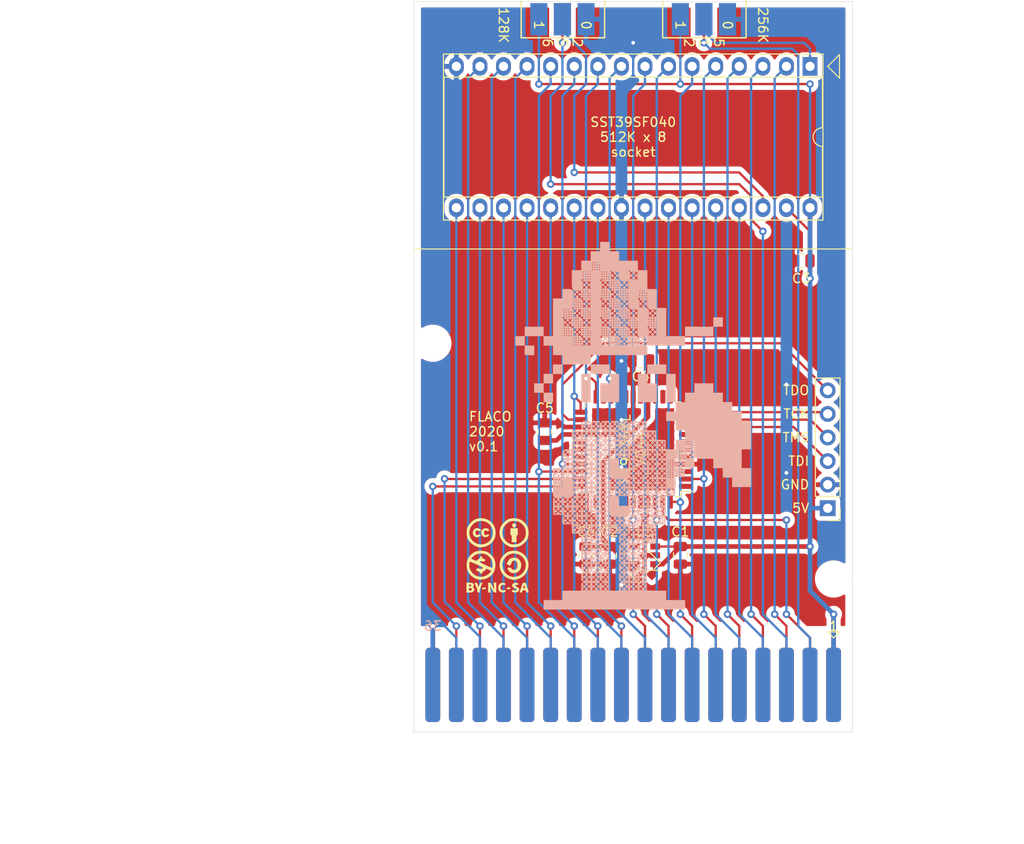
<source format=kicad_pcb>
(kicad_pcb (version 20171130) (host pcbnew 5.1.8-db9833491~88~ubuntu20.04.1)
  (layers (0 F.Cu signal) (31 B.Cu signal) (34 B.Paste user) (35 F.Paste user) (36 B.SilkS user) (37 F.SilkS user) (38 B.Mask user) (39 F.Mask user) (44 Edge.Cuts user))
  (net 0 "")
  (net 1 GND)
  (net 2 /CCLR)
  (net 3 /SIN)
  (net 4 /D3)
  (net 5 /D2)
  (net 6 /D4)
  (net 7 /D1)
  (net 8 /D5)
  (net 9 /D0)
  (net 10 /D6)
  (net 11 /A0)
  (net 12 /D7)
  (net 13 /A1)
  (net 14 /_CE)
  (net 15 /A2)
  (net 16 /A10)
  (net 17 /A3)
  (net 18 /A4)
  (net 19 /A11)
  (net 20 /A5)
  (net 21 /A9)
  (net 22 /A6)
  (net 23 /A8)
  (net 24 /A7)
  (net 25 /A13)
  (net 26 /A12)
  (net 27 /A14)
  (net 28 /A15)
  (net 29 /A17)
  (net 30 /A16)
  (net 31 /A18)
  (net 32 /CLK4)
  (net 33 +5V)
  (net 34 +3V3)
  (net 35 /TMS)
  (net 36 /TDI)
  (net 37 /TDO)
  (net 38 /TCK)
  (net 39 /ROMA17)
  (net 40 /ROMA18)
  (module MountingHole:MountingHole_3mm (layer F.Cu) (at 175.26 118.11)
    (fp_text reference H2 hide)
    (fp_text value MountingHole)
    (pad 1 np_thru_hole circle (at 0 0) (size 3 3) (drill 3) (layers *.Cu *.Mask))
  )
  (module MountingHole:MountingHole_3mm (layer F.Cu) (at 132.08 92.71)
    (fp_text reference H1 hide)
    (fp_text value MountingHole)
    (pad 1 np_thru_hole circle (at 0 0) (size 3 3) (drill 3) (layers *.Cu *.Mask))
  )
  (module Sassa:PIC_Cassepanards_GS (layer B.Cu) (at 153.67 101.6 180)
    (fp_text reference FID2 hide)
    (fp_text value Logo hide)
  )
  (module Sassa:CC_BY_NC_SA_square_silkscreen (layer F.Cu) (at 139.065 115.57)
    (fp_text reference FID1 hide)
    (fp_text value License hide)
  )
  (module Sassa:Jumper_4_SPTT_P2.54mm_Edgemount (layer F.Cu) (at 161.29 57.785 180)
    (fp_text reference JP2 hide)
    (fp_text value 256k)
    (pad 4 smd rect (at 0 0 180) (size 1.846667 3.48) (layers F.Cu F.Paste F.Mask) (net 31 /A18))
    (pad 3 smd rect (at 2.54 0 180) (size 1.846667 3.48) (layers B.Cu B.Paste B.Mask) (net 33 +5V))
    (pad 1 smd rect (at 0 0 180) (size 1.846667 3.48) (layers B.Cu B.Paste B.Mask) (net 40 /ROMA18))
    (pad 2 smd rect (at -2.54 0 180) (size 1.846667 3.48) (layers B.Cu B.Paste B.Mask) (net 1 GND))
  )
  (module Sassa:Jumper_4_SPTT_P2.54mm_Edgemount (layer F.Cu) (at 146.05 57.785 180)
    (fp_text reference JP1 hide)
    (fp_text value 128k)
    (pad 4 smd rect (at 0 0 180) (size 1.846667 3.48) (layers F.Cu F.Paste F.Mask) (net 29 /A17))
    (pad 3 smd rect (at 2.54 0 180) (size 1.846667 3.48) (layers B.Cu B.Paste B.Mask) (net 33 +5V))
    (pad 1 smd rect (at 0 0 180) (size 1.846667 3.48) (layers B.Cu B.Paste B.Mask) (net 39 /ROMA17))
    (pad 2 smd rect (at -2.54 0 180) (size 1.846667 3.48) (layers B.Cu B.Paste B.Mask) (net 1 GND))
  )
  (module Sassa:DIP-32_W15.24mm_Socket_1mm (layer F.Cu) (at 172.72 62.865 270)
    (fp_text reference U1 hide)
    (fp_text value SST39SF040)
    (pad 32 thru_hole oval (at 15.24 0 270) (size 2 1.6) (drill 1) (layers *.Cu *.Mask) (net 33 +5V))
    (pad 16 thru_hole oval (at 0 38.1 270) (size 2 1.6) (drill 1) (layers *.Cu *.Mask) (net 1 GND))
    (pad 31 thru_hole oval (at 15.24 2.54 270) (size 2 1.6) (drill 1) (layers *.Cu *.Mask) (net 33 +5V))
    (pad 15 thru_hole oval (at 0 35.56 270) (size 2 1.6) (drill 1) (layers *.Cu *.Mask) (net 5 /D2))
    (pad 30 thru_hole oval (at 15.24 5.08 270) (size 2 1.6) (drill 1) (layers *.Cu *.Mask) (net 39 /ROMA17))
    (pad 14 thru_hole oval (at 0 33.02 270) (size 2 1.6) (drill 1) (layers *.Cu *.Mask) (net 7 /D1))
    (pad 29 thru_hole oval (at 15.24 7.62 270) (size 2 1.6) (drill 1) (layers *.Cu *.Mask) (net 27 /A14))
    (pad 13 thru_hole oval (at 0 30.48 270) (size 2 1.6) (drill 1) (layers *.Cu *.Mask) (net 9 /D0))
    (pad 28 thru_hole oval (at 15.24 10.16 270) (size 2 1.6) (drill 1) (layers *.Cu *.Mask) (net 25 /A13))
    (pad 12 thru_hole oval (at 0 27.94 270) (size 2 1.6) (drill 1) (layers *.Cu *.Mask) (net 11 /A0))
    (pad 27 thru_hole oval (at 15.24 12.7 270) (size 2 1.6) (drill 1) (layers *.Cu *.Mask) (net 23 /A8))
    (pad 11 thru_hole oval (at 0 25.4 270) (size 2 1.6) (drill 1) (layers *.Cu *.Mask) (net 13 /A1))
    (pad 26 thru_hole oval (at 15.24 15.24 270) (size 2 1.6) (drill 1) (layers *.Cu *.Mask) (net 21 /A9))
    (pad 10 thru_hole oval (at 0 22.86 270) (size 2 1.6) (drill 1) (layers *.Cu *.Mask) (net 15 /A2))
    (pad 25 thru_hole oval (at 15.24 17.78 270) (size 2 1.6) (drill 1) (layers *.Cu *.Mask) (net 19 /A11))
    (pad 9 thru_hole oval (at 0 20.32 270) (size 2 1.6) (drill 1) (layers *.Cu *.Mask) (net 17 /A3))
    (pad 24 thru_hole oval (at 15.24 20.32 270) (size 2 1.6) (drill 1) (layers *.Cu *.Mask) (net 1 GND))
    (pad 8 thru_hole oval (at 0 17.78 270) (size 2 1.6) (drill 1) (layers *.Cu *.Mask) (net 18 /A4))
    (pad 23 thru_hole oval (at 15.24 22.86 270) (size 2 1.6) (drill 1) (layers *.Cu *.Mask) (net 16 /A10))
    (pad 7 thru_hole oval (at 0 15.24 270) (size 2 1.6) (drill 1) (layers *.Cu *.Mask) (net 20 /A5))
    (pad 22 thru_hole oval (at 15.24 25.4 270) (size 2 1.6) (drill 1) (layers *.Cu *.Mask) (net 14 /_CE))
    (pad 6 thru_hole oval (at 0 12.7 270) (size 2 1.6) (drill 1) (layers *.Cu *.Mask) (net 22 /A6))
    (pad 21 thru_hole oval (at 15.24 27.94 270) (size 2 1.6) (drill 1) (layers *.Cu *.Mask) (net 12 /D7))
    (pad 5 thru_hole oval (at 0 10.16 270) (size 2 1.6) (drill 1) (layers *.Cu *.Mask) (net 24 /A7))
    (pad 20 thru_hole oval (at 15.24 30.48 270) (size 2 1.6) (drill 1) (layers *.Cu *.Mask) (net 10 /D6))
    (pad 4 thru_hole oval (at 0 7.62 270) (size 2 1.6) (drill 1) (layers *.Cu *.Mask) (net 26 /A12))
    (pad 19 thru_hole oval (at 15.24 33.02 270) (size 2 1.6) (drill 1) (layers *.Cu *.Mask) (net 8 /D5))
    (pad 3 thru_hole oval (at 0 5.08 270) (size 2 1.6) (drill 1) (layers *.Cu *.Mask) (net 28 /A15))
    (pad 18 thru_hole oval (at 15.24 35.56 270) (size 2 1.6) (drill 1) (layers *.Cu *.Mask) (net 6 /D4))
    (pad 2 thru_hole oval (at 0 2.54 270) (size 2 1.6) (drill 1) (layers *.Cu *.Mask) (net 30 /A16))
    (pad 17 thru_hole oval (at 15.24 38.1 270) (size 2 1.6) (drill 1) (layers *.Cu *.Mask) (net 4 /D3))
    (pad 1 thru_hole rect (at 0 0 270) (size 2 1.6) (drill 1) (layers *.Cu *.Mask) (net 40 /ROMA18))
  )
  (module Package_TO_SOT_SMD:SOT-23 (layer F.Cu) (at 154.94 116.967 315)
    (fp_text reference U4 hide)
    (fp_text value XC6206PxxxMR)
    (pad 3 smd rect (at 1 0 315) (size 0.9 0.8) (layers F.Cu F.Paste F.Mask) (net 33 +5V))
    (pad 2 smd rect (at -1 0.95 315) (size 0.9 0.8) (layers F.Cu F.Paste F.Mask) (net 34 +3V3))
    (pad 1 smd rect (at -1 -0.95 315) (size 0.9 0.8) (layers F.Cu F.Paste F.Mask) (net 1 GND))
  )
  (module Package_TO_SOT_SMD:SOT-23-5 (layer F.Cu) (at 154.94 115.57 180)
    (fp_text reference U3 (at 0 2.54 unlocked) (layer F.SilkS))
    (fp_text value SPX3819M5-L-3-3)
    (pad 5 smd rect (at 1.1 -0.95 180) (size 1.06 0.65) (layers F.Cu F.Paste F.Mask) (net 34 +3V3))
    (pad 4 smd rect (at 1.1 0.95 180) (size 1.06 0.65) (layers F.Cu F.Paste F.Mask))
    (pad 3 smd rect (at -1.1 0.95 180) (size 1.06 0.65) (layers F.Cu F.Paste F.Mask) (net 33 +5V))
    (pad 2 smd rect (at -1.1 0 180) (size 1.06 0.65) (layers F.Cu F.Paste F.Mask) (net 1 GND))
    (pad 1 smd rect (at -1.1 -0.95 180) (size 1.06 0.65) (layers F.Cu F.Paste F.Mask) (net 33 +5V))
  )
  (module Package_QFP:LQFP-44_10x10mm_P0.8mm (layer F.Cu) (at 153.67 104.14 180)
    (fp_text reference U2 hide)
    (fp_text value XC9536XL-VQ44)
    (pad 44 smd roundrect (at -4 -5.6625 180) (size 0.55 1.475) (layers F.Cu F.Paste F.Mask) (net 22 /A6))
    (pad 43 smd roundrect (at -3.2 -5.6625 180) (size 0.55 1.475) (layers F.Cu F.Paste F.Mask) (net 32 /CLK4))
    (pad 42 smd roundrect (at -2.4 -5.6625 180) (size 0.55 1.475) (layers F.Cu F.Paste F.Mask) (net 20 /A5))
    (pad 41 smd roundrect (at -1.6 -5.6625 180) (size 0.55 1.475) (layers F.Cu F.Paste F.Mask))
    (pad 40 smd roundrect (at -0.8 -5.6625 180) (size 0.55 1.475) (layers F.Cu F.Paste F.Mask))
    (pad 39 smd roundrect (at 0 -5.6625 180) (size 0.55 1.475) (layers F.Cu F.Paste F.Mask) (net 18 /A4))
    (pad 38 smd roundrect (at 0.8 -5.6625 180) (size 0.55 1.475) (layers F.Cu F.Paste F.Mask))
    (pad 37 smd roundrect (at 1.6 -5.6625 180) (size 0.55 1.475) (layers F.Cu F.Paste F.Mask))
    (pad 36 smd roundrect (at 2.4 -5.6625 180) (size 0.55 1.475) (layers F.Cu F.Paste F.Mask))
    (pad 35 smd roundrect (at 3.2 -5.6625 180) (size 0.55 1.475) (layers F.Cu F.Paste F.Mask) (net 34 +3V3))
    (pad 34 smd roundrect (at 4 -5.6625 180) (size 0.55 1.475) (layers F.Cu F.Paste F.Mask))
    (pad 33 smd roundrect (at 5.6625 -4 180) (size 1.475 0.55) (layers F.Cu F.Paste F.Mask) (net 2 /CCLR))
    (pad 32 smd roundrect (at 5.6625 -3.2 180) (size 1.475 0.55) (layers F.Cu F.Paste F.Mask) (net 3 /SIN))
    (pad 31 smd roundrect (at 5.6625 -2.4 180) (size 1.475 0.55) (layers F.Cu F.Paste F.Mask) (net 11 /A0))
    (pad 30 smd roundrect (at 5.6625 -1.6 180) (size 1.475 0.55) (layers F.Cu F.Paste F.Mask) (net 13 /A1))
    (pad 29 smd roundrect (at 5.6625 -0.8 180) (size 1.475 0.55) (layers F.Cu F.Paste F.Mask))
    (pad 28 smd roundrect (at 5.6625 0 180) (size 1.475 0.55) (layers F.Cu F.Paste F.Mask))
    (pad 27 smd roundrect (at 5.6625 0.8 180) (size 1.475 0.55) (layers F.Cu F.Paste F.Mask))
    (pad 26 smd roundrect (at 5.6625 1.6 180) (size 1.475 0.55) (layers F.Cu F.Paste F.Mask) (net 34 +3V3))
    (pad 25 smd roundrect (at 5.6625 2.4 180) (size 1.475 0.55) (layers F.Cu F.Paste F.Mask) (net 1 GND))
    (pad 24 smd roundrect (at 5.6625 3.2 180) (size 1.475 0.55) (layers F.Cu F.Paste F.Mask) (net 37 /TDO))
    (pad 23 smd roundrect (at 5.6625 4 180) (size 1.475 0.55) (layers F.Cu F.Paste F.Mask) (net 14 /_CE))
    (pad 22 smd roundrect (at 4 5.6625 180) (size 0.55 1.475) (layers F.Cu F.Paste F.Mask) (net 15 /A2))
    (pad 21 smd roundrect (at 3.2 5.6625 180) (size 0.55 1.475) (layers F.Cu F.Paste F.Mask))
    (pad 20 smd roundrect (at 2.4 5.6625 180) (size 0.55 1.475) (layers F.Cu F.Paste F.Mask) (net 17 /A3))
    (pad 19 smd roundrect (at 1.6 5.6625 180) (size 0.55 1.475) (layers F.Cu F.Paste F.Mask))
    (pad 18 smd roundrect (at 0.8 5.6625 180) (size 0.55 1.475) (layers F.Cu F.Paste F.Mask))
    (pad 17 smd roundrect (at 0 5.6625 180) (size 0.55 1.475) (layers F.Cu F.Paste F.Mask) (net 1 GND))
    (pad 16 smd roundrect (at -0.8 5.6625 180) (size 0.55 1.475) (layers F.Cu F.Paste F.Mask))
    (pad 15 smd roundrect (at -1.6 5.6625 180) (size 0.55 1.475) (layers F.Cu F.Paste F.Mask) (net 34 +3V3))
    (pad 14 smd roundrect (at -2.4 5.6625 180) (size 0.55 1.475) (layers F.Cu F.Paste F.Mask))
    (pad 13 smd roundrect (at -3.2 5.6625 180) (size 0.55 1.475) (layers F.Cu F.Paste F.Mask))
    (pad 12 smd roundrect (at -4 5.6625 180) (size 0.55 1.475) (layers F.Cu F.Paste F.Mask))
    (pad 11 smd roundrect (at -5.6625 4 180) (size 1.475 0.55) (layers F.Cu F.Paste F.Mask) (net 38 /TCK))
    (pad 10 smd roundrect (at -5.6625 3.2 180) (size 1.475 0.55) (layers F.Cu F.Paste F.Mask) (net 35 /TMS))
    (pad 9 smd roundrect (at -5.6625 2.4 180) (size 1.475 0.55) (layers F.Cu F.Paste F.Mask) (net 36 /TDI))
    (pad 8 smd roundrect (at -5.6625 1.6 180) (size 1.475 0.55) (layers F.Cu F.Paste F.Mask))
    (pad 7 smd roundrect (at -5.6625 0.8 180) (size 1.475 0.55) (layers F.Cu F.Paste F.Mask))
    (pad 6 smd roundrect (at -5.6625 0 180) (size 1.475 0.55) (layers F.Cu F.Paste F.Mask))
    (pad 5 smd roundrect (at -5.6625 -0.8 180) (size 1.475 0.55) (layers F.Cu F.Paste F.Mask))
    (pad 4 smd roundrect (at -5.6625 -1.6 180) (size 1.475 0.55) (layers F.Cu F.Paste F.Mask) (net 1 GND))
    (pad 3 smd roundrect (at -5.6625 -2.4 180) (size 1.475 0.55) (layers F.Cu F.Paste F.Mask))
    (pad 2 smd roundrect (at -5.6625 -3.2 180) (size 1.475 0.55) (layers F.Cu F.Paste F.Mask) (net 24 /A7))
    (pad 1 smd roundrect (at -5.6625 -4 180) (size 1.475 0.55) (layers F.Cu F.Paste F.Mask))
  )
  (module Connector_PinHeader_2.54mm:PinHeader_1x06_P2.54mm_Vertical (layer F.Cu) (at 174.625 110.49 180)
    (fp_text reference J2 hide)
    (fp_text value JTAG)
    (pad 6 thru_hole oval (at 0 12.7 180) (size 1.7 1.7) (drill 1) (layers *.Cu *.Mask) (net 37 /TDO))
    (pad 5 thru_hole oval (at 0 10.16 180) (size 1.7 1.7) (drill 1) (layers *.Cu *.Mask) (net 38 /TCK))
    (pad 4 thru_hole oval (at 0 7.62 180) (size 1.7 1.7) (drill 1) (layers *.Cu *.Mask) (net 35 /TMS))
    (pad 3 thru_hole oval (at 0 5.08 180) (size 1.7 1.7) (drill 1) (layers *.Cu *.Mask) (net 36 /TDI))
    (pad 2 thru_hole oval (at 0 2.54 180) (size 1.7 1.7) (drill 1) (layers *.Cu *.Mask) (net 1 GND))
    (pad 1 thru_hole rect (at 0 0 180) (size 1.7 1.7) (drill 1) (layers *.Cu *.Mask) (net 33 +5V))
  )
  (module Capacitor_SMD:C_0805_2012Metric (layer F.Cu) (at 148.59 115.57 270)
    (fp_text reference C6 (at -2.54 0 unlocked) (layer F.SilkS))
    (fp_text value 100nF)
    (pad 2 smd roundrect (at 0.95 0 270) (size 1 1.45) (layers F.Cu F.Paste F.Mask) (net 1 GND))
    (pad 1 smd roundrect (at -0.95 0 270) (size 1 1.45) (layers F.Cu F.Paste F.Mask) (net 34 +3V3))
  )
  (module Capacitor_SMD:C_0805_2012Metric (layer F.Cu) (at 144.145 102.235 90)
    (fp_text reference C5 (at 2.54 0 unlocked) (layer F.SilkS))
    (fp_text value 100nF)
    (pad 2 smd roundrect (at 0.95 0 90) (size 1 1.45) (layers F.Cu F.Paste F.Mask) (net 1 GND))
    (pad 1 smd roundrect (at -0.95 0 90) (size 1 1.45) (layers F.Cu F.Paste F.Mask) (net 34 +3V3))
  )
  (module Capacitor_SMD:C_0805_2012Metric (layer F.Cu) (at 154.4955 94.615 180)
    (fp_text reference C4 (at 0 -1.68 unlocked) (layer F.SilkS))
    (fp_text value 100nF)
    (pad 2 smd roundrect (at 0.95 0 180) (size 1 1.45) (layers F.Cu F.Paste F.Mask) (net 1 GND))
    (pad 1 smd roundrect (at -0.95 0 180) (size 1 1.45) (layers F.Cu F.Paste F.Mask) (net 34 +3V3))
  )
  (module Capacitor_SMD:C_0805_2012Metric (layer F.Cu) (at 171.77 83.82 180)
    (fp_text reference C3 (at 0 -1.905 unlocked) (layer F.SilkS))
    (fp_text value 100nF)
    (pad 2 smd roundrect (at 0.95 0 180) (size 1 1.45) (layers F.Cu F.Paste F.Mask) (net 1 GND))
    (pad 1 smd roundrect (at -0.95 0 180) (size 1 1.45) (layers F.Cu F.Paste F.Mask) (net 33 +5V))
  )
  (module Capacitor_SMD:C_0805_2012Metric (layer F.Cu) (at 151.13 115.57 270)
    (fp_text reference C2 (at -2.54 0 unlocked) (layer F.SilkS))
    (fp_text value 2.2uf)
    (pad 2 smd roundrect (at 0.95 0 270) (size 1 1.45) (layers F.Cu F.Paste F.Mask) (net 1 GND))
    (pad 1 smd roundrect (at -0.95 0 270) (size 1 1.45) (layers F.Cu F.Paste F.Mask) (net 34 +3V3))
  )
  (module Capacitor_SMD:C_0805_2012Metric (layer F.Cu) (at 158.75 115.57 270)
    (fp_text reference C1 (at -2.54 0 unlocked) (layer F.SilkS))
    (fp_text value 2.2uf)
    (pad 2 smd roundrect (at 0.95 0 270) (size 1 1.45) (layers F.Cu F.Paste F.Mask) (net 1 GND))
    (pad 1 smd roundrect (at -0.95 0 270) (size 1 1.45) (layers F.Cu F.Paste F.Mask) (net 33 +5V))
  )
  (module Sassa:Amstrad-CPC-plus-cartridge (layer F.Cu) (at 175.26 129.54)
    (fp_text reference J1 hide)
    (fp_text value Amstrad-CPC-plus-cartridge)
    (pad 36 smd roundrect (at -43.18 0) (size 1.6 8) (layers B.Cu B.Paste B.Mask) (net 1 GND))
    (pad 35 smd roundrect (at -43.18 0) (size 1.6 8) (layers F.Cu F.Paste F.Mask) (net 1 GND))
    (pad 34 smd roundrect (at -40.64 0) (size 1.6 8) (layers B.Cu B.Paste B.Mask) (net 1 GND))
    (pad 33 smd roundrect (at -40.64 0) (size 1.6 8) (layers F.Cu F.Paste F.Mask) (net 2 /CCLR))
    (pad 32 smd roundrect (at -38.1 0) (size 1.6 8) (layers B.Cu B.Paste B.Mask) (net 3 /SIN))
    (pad 31 smd roundrect (at -38.1 0) (size 1.6 8) (layers F.Cu F.Paste F.Mask) (net 4 /D3))
    (pad 30 smd roundrect (at -35.56 0) (size 1.6 8) (layers B.Cu B.Paste B.Mask) (net 5 /D2))
    (pad 29 smd roundrect (at -35.56 0) (size 1.6 8) (layers F.Cu F.Paste F.Mask) (net 6 /D4))
    (pad 28 smd roundrect (at -33.02 0) (size 1.6 8) (layers B.Cu B.Paste B.Mask) (net 7 /D1))
    (pad 27 smd roundrect (at -33.02 0) (size 1.6 8) (layers F.Cu F.Paste F.Mask) (net 8 /D5))
    (pad 26 smd roundrect (at -30.48 0) (size 1.6 8) (layers B.Cu B.Paste B.Mask) (net 9 /D0))
    (pad 25 smd roundrect (at -30.48 0) (size 1.6 8) (layers F.Cu F.Paste F.Mask) (net 10 /D6))
    (pad 24 smd roundrect (at -27.94 0) (size 1.6 8) (layers B.Cu B.Paste B.Mask) (net 11 /A0))
    (pad 23 smd roundrect (at -27.94 0) (size 1.6 8) (layers F.Cu F.Paste F.Mask) (net 12 /D7))
    (pad 22 smd roundrect (at -25.4 0) (size 1.6 8) (layers B.Cu B.Paste B.Mask) (net 13 /A1))
    (pad 21 smd roundrect (at -25.4 0) (size 1.6 8) (layers F.Cu F.Paste F.Mask) (net 14 /_CE))
    (pad 20 smd roundrect (at -22.86 0) (size 1.6 8) (layers B.Cu B.Paste B.Mask) (net 15 /A2))
    (pad 19 smd roundrect (at -22.86 0) (size 1.6 8) (layers F.Cu F.Paste F.Mask) (net 16 /A10))
    (pad 18 smd roundrect (at -20.32 0) (size 1.6 8) (layers B.Cu B.Paste B.Mask) (net 17 /A3))
    (pad 17 smd roundrect (at -20.32 0) (size 1.6 8) (layers F.Cu F.Paste F.Mask) (net 18 /A4))
    (pad 16 smd roundrect (at -17.78 0) (size 1.6 8) (layers B.Cu B.Paste B.Mask) (net 19 /A11))
    (pad 15 smd roundrect (at -17.78 0) (size 1.6 8) (layers F.Cu F.Paste F.Mask) (net 20 /A5))
    (pad 14 smd roundrect (at -15.24 0) (size 1.6 8) (layers B.Cu B.Paste B.Mask) (net 21 /A9))
    (pad 13 smd roundrect (at -15.24 0) (size 1.6 8) (layers F.Cu F.Paste F.Mask) (net 22 /A6))
    (pad 12 smd roundrect (at -12.7 0) (size 1.6 8) (layers B.Cu B.Paste B.Mask) (net 23 /A8))
    (pad 11 smd roundrect (at -12.7 0) (size 1.6 8) (layers F.Cu F.Paste F.Mask) (net 24 /A7))
    (pad 10 smd roundrect (at -10.16 0) (size 1.6 8) (layers B.Cu B.Paste B.Mask) (net 25 /A13))
    (pad 9 smd roundrect (at -10.16 0) (size 1.6 8) (layers F.Cu F.Paste F.Mask) (net 26 /A12))
    (pad 8 smd roundrect (at -7.62 0) (size 1.6 8) (layers B.Cu B.Paste B.Mask) (net 27 /A14))
    (pad 7 smd roundrect (at -7.62 0) (size 1.6 8) (layers F.Cu F.Paste F.Mask) (net 28 /A15))
    (pad 6 smd roundrect (at -5.08 0) (size 1.6 8) (layers B.Cu B.Paste B.Mask) (net 29 /A17))
    (pad 5 smd roundrect (at -5.08 0) (size 1.6 8) (layers F.Cu F.Paste F.Mask) (net 30 /A16))
    (pad 4 smd roundrect (at -2.54 0) (size 1.6 8) (layers B.Cu B.Paste B.Mask) (net 31 /A18))
    (pad 3 smd roundrect (at -2.54 0) (size 1.6 8) (layers F.Cu F.Paste F.Mask) (net 32 /CLK4))
    (pad 2 smd roundrect (at 0 0) (size 1.6 8) (layers B.Cu B.Paste B.Mask) (net 33 +5V))
    (pad 1 smd roundrect (at 0 0) (size 1.6 8) (layers F.Cu F.Paste F.Mask) (net 33 +5V))
  )
  (gr_text 5V (at 172.72 110.49) (layer F.SilkS) (effects (font (size 1 1)) (justify right)))
  (gr_text GND (at 172.72 107.95) (layer F.SilkS) (effects (font (size 1 1)) (justify right)))
  (gr_text TDI (at 172.72 105.41) (layer F.SilkS) (effects (font (size 1 1)) (justify right)))
  (gr_text TMS (at 172.72 102.87) (layer F.SilkS) (effects (font (size 1 1)) (justify right)))
  (gr_text TCK (at 172.72 100.33) (layer F.SilkS) (effects (font (size 1 1)) (justify right)))
  (gr_text TDO (at 172.72 97.79) (layer F.SilkS) (effects (font (size 1 1)) (justify right)))
  (gr_text "FLACO\n2020\nv0.1" (at 135.89 102.235) (layer F.SilkS) (effects (font (size 1 1)) (justify left)))
  (gr_line (start 175.895 64.135) (end 174.625 62.865) (layer F.SilkS) (width 0.12))
  (gr_line (start 175.895 61.595) (end 175.895 64.135) (layer F.SilkS) (width 0.12))
  (gr_line (start 174.625 62.865) (end 175.895 61.595) (layer F.SilkS) (width 0.12))
  (gr_text 36 (at 132.08 123.19) (layer B.SilkS) (effects (font (size 1 1)) (justify mirror)))
  (gr_line (start 175.26 124.46) (end 174.625 123.825) (layer F.SilkS) (width 0.12))
  (gr_line (start 175.895 123.825) (end 175.26 124.46) (layer F.SilkS) (width 0.12))
  (gr_line (start 174.625 123.825) (end 175.895 123.825) (layer F.SilkS) (width 0.12))
  (gr_text 1 (at 175.26 123.19) (layer F.SilkS) (effects (font (size 1 1))))
  (gr_text "5\n1\n2" (at 161.29 60.325 270) (layer F.SilkS) (effects (font (size 1 1))))
  (gr_text "2\n5\n6" (at 146.05 60.325 270) (layer F.SilkS) (effects (font (size 1 1))))
  (gr_text 0 (at 163.83 58.42 270) (layer F.SilkS) (effects (font (size 1 1))))
  (gr_text 1 (at 158.75 58.42 270) (layer F.SilkS) (effects (font (size 1 1))))
  (gr_text 0 (at 148.59 58.42 270) (layer F.SilkS) (effects (font (size 1 1))))
  (gr_text 1 (at 143.51 58.42 270) (layer F.SilkS) (effects (font (size 1 1))))
  (gr_text "XC9536XL\nVQ44" (at 153.67 104.14 90) (layer F.SilkS) (effects (font (size 1 1))))
  (gr_text "SST39SF040\n512K x 8\nsocket" (at 153.67 70.485) (layer F.SilkS) (effects (font (size 1 1))))
  (gr_text 256K (at 167.64 58.42 270) (layer F.SilkS) (effects (font (size 1 1))))
  (gr_text 128K (at 139.7 58.42 270) (layer F.SilkS) (effects (font (size 1 1))))
  (gr_line (start 130.175 82.55) (end 177.165 82.55) (layer F.SilkS) (width 0.12))
  (gr_line (start 130.048 55.88) (end 177.292 55.88) (layer Edge.Cuts) (width 0.05))
  (gr_line (start 130.048 134.62) (end 130.048 55.88) (layer Edge.Cuts) (width 0.05))
  (gr_line (start 177.292 134.62) (end 177.292 55.88) (layer Edge.Cuts) (width 0.05))
  (gr_line (start 130.048 134.62) (end 177.292 134.62) (layer Edge.Cuts) (width 0.05))
  (via (at 170.18 97.155) (size 0.8) (drill 0.4) (layers F.Cu B.Cu) (net 1))
  (segment (start 145.735 101.285) (end 144.145 101.285) (width 0.5) (layer F.Cu) (net 1))
  (segment (start 148.0075 101.74) (end 146.19 101.74) (width 0.5) (layer F.Cu) (net 1))
  (segment (start 146.19 101.74) (end 145.735 101.285) (width 0.5) (layer F.Cu) (net 1))
  (segment (start 153.67 94.7395) (end 153.5455 94.615) (width 0.5) (layer F.Cu) (net 1))
  (segment (start 153.67 98.4775) (end 153.67 94.7395) (width 0.5) (layer F.Cu) (net 1))
  (segment (start 153.67 99.695) (end 153.67 98.4775) (width 0.5) (layer F.Cu) (net 1))
  (segment (start 152.4 100.965) (end 153.67 99.695) (width 0.5) (layer F.Cu) (net 1))
  (segment (start 151.625 101.74) (end 152.4 100.965) (width 0.5) (layer F.Cu) (net 1))
  (segment (start 148.0075 101.74) (end 151.625 101.74) (width 0.5) (layer F.Cu) (net 1))
  (via (at 152.4 100.965) (size 0.8) (drill 0.4) (layers F.Cu B.Cu) (net 1))
  (segment (start 152.4 106.045) (end 152.4 100.965) (width 0.5) (layer B.Cu) (net 1))
  (segment (start 159.3325 105.74) (end 152.705 105.74) (width 0.5) (layer F.Cu) (net 1))
  (segment (start 152.705 105.74) (end 152.4 106.045) (width 0.5) (layer F.Cu) (net 1))
  (via (at 152.4 106.045) (size 0.8) (drill 0.4) (layers F.Cu B.Cu) (net 1))
  (via (at 152.4 94.615) (size 0.8) (drill 0.4) (layers F.Cu B.Cu) (net 1))
  (segment (start 153.5455 94.615) (end 152.4 94.615) (width 0.25) (layer F.Cu) (net 1))
  (segment (start 154.922787 115.57) (end 154.904645 115.588142) (width 0.5) (layer F.Cu) (net 1))
  (segment (start 156.04 115.57) (end 154.922787 115.57) (width 0.5) (layer F.Cu) (net 1))
  (segment (start 132.08 129.54) (end 132.08 123.19) (width 0.5) (layer B.Cu) (net 1))
  (segment (start 132.08 129.54) (end 132.08 123.19) (width 0.5) (layer F.Cu) (net 1))
  (via (at 132.08 123.19) (size 0.8) (drill 0.4) (layers F.Cu B.Cu) (net 1))
  (segment (start 133.35 123.19) (end 132.08 123.19) (width 0.25) (layer B.Cu) (net 1))
  (segment (start 134.62 124.46) (end 133.35 123.19) (width 0.25) (layer B.Cu) (net 1))
  (segment (start 134.62 129.54) (end 134.62 124.46) (width 0.25) (layer B.Cu) (net 1))
  (segment (start 132.08 123.19) (end 132.08 122.555) (width 0.5) (layer F.Cu) (net 1))
  (segment (start 132.08 123.19) (end 132.08 122.555) (width 0.5) (layer B.Cu) (net 1))
  (segment (start 151.13 116.52) (end 148.59 116.52) (width 0.5) (layer F.Cu) (net 1))
  (segment (start 159.3325 105.74) (end 162.255 105.74) (width 0.5) (layer F.Cu) (net 1))
  (via (at 170.18 106.68) (size 0.8) (drill 0.4) (layers F.Cu B.Cu) (net 1))
  (segment (start 151.13 118.11) (end 151.13 116.52) (width 0.5) (layer F.Cu) (net 1))
  (segment (start 151.765 118.745) (end 151.13 118.11) (width 0.5) (layer F.Cu) (net 1))
  (segment (start 153.280002 118.745) (end 152.4 118.745) (width 0.5) (layer F.Cu) (net 1))
  (segment (start 154.904645 117.120357) (end 153.280002 118.745) (width 0.5) (layer F.Cu) (net 1))
  (segment (start 154.904645 115.588142) (end 154.904645 117.120357) (width 0.5) (layer F.Cu) (net 1))
  (segment (start 152.4 118.745) (end 151.765 118.745) (width 0.5) (layer F.Cu) (net 1))
  (via (at 152.4 118.745) (size 0.8) (drill 0.4) (layers F.Cu B.Cu) (net 1))
  (via (at 153.67 60.325) (size 0.8) (drill 0.4) (layers F.Cu B.Cu) (net 1))
  (segment (start 154.904645 115.588142) (end 154.904645 113.065355) (width 0.5) (layer F.Cu) (net 1))
  (segment (start 153.67 64.77) (end 153.67 60.325) (width 0.25) (layer B.Cu) (net 1))
  (segment (start 152.4 66.04) (end 153.67 64.77) (width 0.25) (layer B.Cu) (net 1))
  (segment (start 152.4 78.105) (end 152.4 66.04) (width 0.25) (layer B.Cu) (net 1))
  (segment (start 134.62 129.54) (end 134.62 123.19) (width 0.25) (layer F.Cu) (net 2))
  (via (at 134.62 123.19) (size 0.8) (drill 0.4) (layers F.Cu B.Cu) (net 2))
  (via (at 132.080001 108.1405) (size 0.8) (drill 0.4) (layers F.Cu B.Cu) (net 2))
  (segment (start 134.62 123.19) (end 132.080001 120.650001) (width 0.25) (layer B.Cu) (net 2))
  (segment (start 132.080001 120.650001) (end 132.080001 108.1405) (width 0.25) (layer B.Cu) (net 2))
  (segment (start 148.0075 108.14) (end 132.080501 108.14) (width 0.25) (layer F.Cu) (net 2))
  (segment (start 132.080501 108.14) (end 132.080001 108.1405) (width 0.25) (layer F.Cu) (net 2))
  (via (at 133.35 107.315) (size 0.8) (drill 0.4) (layers F.Cu B.Cu) (net 3))
  (segment (start 137.16 129.54) (end 137.16 124.365) (width 0.25) (layer B.Cu) (net 3))
  (segment (start 137.16 124.365) (end 133.35 120.555) (width 0.25) (layer B.Cu) (net 3))
  (segment (start 133.35 120.555) (end 133.35 107.315) (width 0.25) (layer B.Cu) (net 3))
  (segment (start 133.375 107.34) (end 133.35 107.315) (width 0.25) (layer F.Cu) (net 3))
  (segment (start 148.0075 107.34) (end 133.375 107.34) (width 0.25) (layer F.Cu) (net 3))
  (via (at 137.16 123.19) (size 0.8) (drill 0.4) (layers F.Cu B.Cu) (net 4))
  (segment (start 137.16 129.54) (end 137.16 123.19) (width 0.25) (layer F.Cu) (net 4))
  (segment (start 134.62 78.105) (end 134.62 120.65) (width 0.25) (layer B.Cu) (net 4))
  (segment (start 134.62 120.65) (end 137.16 123.19) (width 0.25) (layer B.Cu) (net 4))
  (segment (start 135.89 64.135) (end 137.16 62.865) (width 0.25) (layer B.Cu) (net 5))
  (segment (start 135.89 120.65) (end 135.89 64.135) (width 0.25) (layer B.Cu) (net 5))
  (segment (start 139.7 124.46) (end 135.89 120.65) (width 0.25) (layer B.Cu) (net 5))
  (segment (start 139.7 129.54) (end 139.7 124.46) (width 0.25) (layer B.Cu) (net 5))
  (segment (start 137.16 120.65) (end 139.7 123.19) (width 0.25) (layer B.Cu) (net 6))
  (segment (start 137.16 78.105) (end 137.16 120.65) (width 0.25) (layer B.Cu) (net 6))
  (segment (start 139.7 129.54) (end 139.7 123.19) (width 0.25) (layer F.Cu) (net 6))
  (via (at 139.7 123.19) (size 0.8) (drill 0.4) (layers F.Cu B.Cu) (net 6))
  (segment (start 142.24 124.46) (end 142.24 129.54) (width 0.25) (layer B.Cu) (net 7))
  (segment (start 138.43 120.65) (end 142.24 124.46) (width 0.25) (layer B.Cu) (net 7))
  (segment (start 138.43 64.135) (end 138.43 120.65) (width 0.25) (layer B.Cu) (net 7))
  (segment (start 139.7 62.865) (end 138.43 64.135) (width 0.25) (layer B.Cu) (net 7))
  (segment (start 139.7 120.65) (end 142.24 123.19) (width 0.25) (layer B.Cu) (net 8))
  (segment (start 139.7 78.105) (end 139.7 120.65) (width 0.25) (layer B.Cu) (net 8))
  (segment (start 142.24 129.54) (end 142.24 123.19) (width 0.25) (layer F.Cu) (net 8))
  (via (at 142.24 123.19) (size 0.8) (drill 0.4) (layers F.Cu B.Cu) (net 8))
  (segment (start 140.97 64.135) (end 142.24 62.865) (width 0.25) (layer B.Cu) (net 9))
  (segment (start 140.97 120.65) (end 140.97 64.135) (width 0.25) (layer B.Cu) (net 9))
  (segment (start 144.78 124.46) (end 140.97 120.65) (width 0.25) (layer B.Cu) (net 9))
  (segment (start 144.78 129.54) (end 144.78 124.46) (width 0.25) (layer B.Cu) (net 9))
  (segment (start 142.24 120.65) (end 144.78 123.19) (width 0.25) (layer B.Cu) (net 10))
  (segment (start 144.78 129.54) (end 144.78 123.19) (width 0.25) (layer F.Cu) (net 10))
  (segment (start 142.24 78.105) (end 142.24 120.65) (width 0.25) (layer B.Cu) (net 10))
  (via (at 144.78 123.19) (size 0.8) (drill 0.4) (layers F.Cu B.Cu) (net 10))
  (segment (start 147.32 124.46) (end 143.51 120.65) (width 0.25) (layer B.Cu) (net 11))
  (segment (start 147.32 129.54) (end 147.32 124.46) (width 0.25) (layer B.Cu) (net 11))
  (segment (start 143.51 120.65) (end 143.51 106.045) (width 0.25) (layer B.Cu) (net 11))
  (segment (start 143.51 106.045) (end 143.51 105.41) (width 0.25) (layer B.Cu) (net 11))
  (segment (start 144.78 64.77) (end 144.78 62.865) (width 0.25) (layer B.Cu) (net 11))
  (segment (start 143.51 66.04) (end 144.78 64.77) (width 0.25) (layer B.Cu) (net 11))
  (segment (start 143.51 105.41) (end 143.51 66.04) (width 0.25) (layer B.Cu) (net 11))
  (via (at 143.51 106.553) (size 0.8) (drill 0.4) (layers F.Cu B.Cu) (net 11))
  (segment (start 143.523 106.54) (end 143.51 106.553) (width 0.25) (layer F.Cu) (net 11))
  (segment (start 148.0075 106.54) (end 143.523 106.54) (width 0.25) (layer F.Cu) (net 11))
  (segment (start 144.78 120.65) (end 147.32 123.19) (width 0.25) (layer B.Cu) (net 12))
  (segment (start 144.78 78.105) (end 144.78 120.65) (width 0.25) (layer B.Cu) (net 12))
  (segment (start 147.32 129.54) (end 147.32 123.19) (width 0.25) (layer F.Cu) (net 12))
  (via (at 147.32 123.19) (size 0.8) (drill 0.4) (layers F.Cu B.Cu) (net 12))
  (segment (start 149.86 124.46) (end 146.05 120.65) (width 0.25) (layer B.Cu) (net 13))
  (segment (start 149.86 129.54) (end 149.86 124.46) (width 0.25) (layer B.Cu) (net 13))
  (segment (start 146.05 120.65) (end 146.05 106.68) (width 0.25) (layer B.Cu) (net 13))
  (segment (start 146.05 106.68) (end 146.05 106.045) (width 0.25) (layer B.Cu) (net 13))
  (segment (start 147.32 64.77) (end 147.32 62.865) (width 0.25) (layer B.Cu) (net 13))
  (segment (start 146.05 66.04) (end 147.32 64.77) (width 0.25) (layer B.Cu) (net 13))
  (segment (start 146.05 106.045) (end 146.05 66.04) (width 0.25) (layer B.Cu) (net 13))
  (via (at 146.05 105.7275) (size 0.8) (drill 0.4) (layers F.Cu B.Cu) (net 13))
  (segment (start 146.0625 105.74) (end 146.05 105.7275) (width 0.25) (layer F.Cu) (net 13))
  (segment (start 148.0075 105.74) (end 146.0625 105.74) (width 0.25) (layer F.Cu) (net 13))
  (segment (start 149.86 129.54) (end 149.86 123.19) (width 0.25) (layer F.Cu) (net 14))
  (via (at 149.86 123.19) (size 0.8) (drill 0.4) (layers F.Cu B.Cu) (net 14))
  (segment (start 149.86 123.19) (end 147.32 120.65) (width 0.25) (layer B.Cu) (net 14))
  (segment (start 147.32 120.65) (end 147.32 110.49) (width 0.25) (layer B.Cu) (net 14))
  (via (at 147.32 98.425) (size 0.8) (drill 0.4) (layers F.Cu B.Cu) (net 14))
  (segment (start 148.0075 100.14) (end 148.0075 99.1125) (width 0.25) (layer F.Cu) (net 14))
  (segment (start 148.0075 99.1125) (end 147.32 98.425) (width 0.25) (layer F.Cu) (net 14))
  (segment (start 147.32 98.425) (end 147.32 110.49) (width 0.25) (layer B.Cu) (net 14))
  (segment (start 147.32 78.105) (end 147.32 98.425) (width 0.25) (layer B.Cu) (net 14))
  (via (at 148.59 96.52) (size 0.8) (drill 0.4) (layers F.Cu B.Cu) (net 15))
  (segment (start 152.4 129.54) (end 152.4 124.46) (width 0.25) (layer B.Cu) (net 15))
  (segment (start 148.59 120.65) (end 148.59 96.52) (width 0.25) (layer B.Cu) (net 15))
  (segment (start 152.4 124.46) (end 148.59 120.65) (width 0.25) (layer B.Cu) (net 15))
  (segment (start 149.225 96.52) (end 148.59 96.52) (width 0.25) (layer F.Cu) (net 15))
  (segment (start 149.67 96.965) (end 149.225 96.52) (width 0.25) (layer F.Cu) (net 15))
  (segment (start 149.67 98.4775) (end 149.67 96.965) (width 0.25) (layer F.Cu) (net 15))
  (segment (start 148.59 66.04) (end 148.59 96.52) (width 0.25) (layer B.Cu) (net 15))
  (segment (start 149.86 64.77) (end 148.59 66.04) (width 0.25) (layer B.Cu) (net 15))
  (segment (start 149.86 62.865) (end 149.86 64.77) (width 0.25) (layer B.Cu) (net 15))
  (segment (start 149.86 78.105) (end 149.86 120.65) (width 0.25) (layer B.Cu) (net 16))
  (segment (start 149.86 120.65) (end 152.4 123.19) (width 0.25) (layer B.Cu) (net 16))
  (segment (start 152.4 129.54) (end 152.4 123.19) (width 0.25) (layer F.Cu) (net 16))
  (via (at 152.4 123.19) (size 0.8) (drill 0.4) (layers F.Cu B.Cu) (net 16))
  (segment (start 151.13 64.135) (end 152.4 62.865) (width 0.25) (layer B.Cu) (net 17))
  (segment (start 151.13 120.65) (end 151.13 64.135) (width 0.25) (layer B.Cu) (net 17))
  (segment (start 154.94 124.46) (end 151.13 120.65) (width 0.25) (layer B.Cu) (net 17))
  (segment (start 154.94 129.54) (end 154.94 124.46) (width 0.25) (layer B.Cu) (net 17))
  (via (at 151.13 96.52) (size 0.8) (drill 0.4) (layers F.Cu B.Cu) (net 17))
  (segment (start 151.27 96.66) (end 151.13 96.52) (width 0.25) (layer F.Cu) (net 17))
  (segment (start 151.27 98.4775) (end 151.27 96.66) (width 0.25) (layer F.Cu) (net 17))
  (via (at 153.67 121.92) (size 0.8) (drill 0.4) (layers F.Cu B.Cu) (net 18))
  (segment (start 154.94 123.19) (end 154.94 129.54) (width 0.25) (layer F.Cu) (net 18))
  (segment (start 153.67 121.92) (end 154.94 123.19) (width 0.25) (layer F.Cu) (net 18))
  (via (at 153.67 111.76) (size 0.8) (drill 0.4) (layers F.Cu B.Cu) (net 18))
  (segment (start 153.67 109.8025) (end 153.67 111.76) (width 0.25) (layer F.Cu) (net 18))
  (segment (start 154.94 64.77) (end 154.94 62.865) (width 0.25) (layer B.Cu) (net 18))
  (segment (start 153.67 66.04) (end 154.94 64.77) (width 0.25) (layer B.Cu) (net 18))
  (segment (start 153.67 121.92) (end 153.67 66.04) (width 0.25) (layer B.Cu) (net 18))
  (segment (start 154.94 80.645) (end 154.94 121.92) (width 0.25) (layer B.Cu) (net 19))
  (segment (start 157.48 124.46) (end 157.48 129.54) (width 0.25) (layer B.Cu) (net 19))
  (segment (start 154.94 121.92) (end 157.48 124.46) (width 0.25) (layer B.Cu) (net 19))
  (segment (start 154.94 80.645) (end 154.94 78.105) (width 0.25) (layer B.Cu) (net 19))
  (via (at 156.21 121.92) (size 0.8) (drill 0.4) (layers F.Cu B.Cu) (net 20))
  (segment (start 157.48 123.19) (end 157.48 129.54) (width 0.25) (layer F.Cu) (net 20))
  (segment (start 156.21 121.92) (end 157.48 123.19) (width 0.25) (layer F.Cu) (net 20))
  (segment (start 156.21 113.03) (end 156.21 121.92) (width 0.25) (layer B.Cu) (net 20))
  (segment (start 156.07 111.62) (end 156.21 111.76) (width 0.25) (layer F.Cu) (net 20))
  (via (at 156.21 111.76) (size 0.8) (drill 0.4) (layers F.Cu B.Cu) (net 20))
  (segment (start 156.07 109.8025) (end 156.07 111.62) (width 0.25) (layer F.Cu) (net 20))
  (segment (start 156.21 111.76) (end 156.21 113.03) (width 0.25) (layer B.Cu) (net 20))
  (segment (start 156.21 64.135) (end 156.21 111.76) (width 0.25) (layer B.Cu) (net 20))
  (segment (start 157.48 62.865) (end 156.21 64.135) (width 0.25) (layer B.Cu) (net 20))
  (segment (start 157.48 80.645) (end 157.48 121.92) (width 0.25) (layer B.Cu) (net 21))
  (segment (start 160.02 124.46) (end 160.02 129.54) (width 0.25) (layer B.Cu) (net 21))
  (segment (start 157.48 121.92) (end 160.02 124.46) (width 0.25) (layer B.Cu) (net 21))
  (segment (start 157.48 80.645) (end 157.48 78.105) (width 0.25) (layer B.Cu) (net 21))
  (via (at 158.75 121.92) (size 0.8) (drill 0.4) (layers F.Cu B.Cu) (net 22))
  (segment (start 158.75 121.92) (end 160.02 123.19) (width 0.25) (layer F.Cu) (net 22))
  (segment (start 160.02 123.19) (end 160.02 129.54) (width 0.25) (layer F.Cu) (net 22))
  (via (at 158.75 109.855) (size 0.8) (drill 0.4) (layers F.Cu B.Cu) (net 22))
  (segment (start 158.6975 109.8025) (end 158.75 109.855) (width 0.25) (layer F.Cu) (net 22))
  (segment (start 157.67 109.8025) (end 158.6975 109.8025) (width 0.25) (layer F.Cu) (net 22))
  (segment (start 158.75 109.855) (end 158.75 121.92) (width 0.25) (layer B.Cu) (net 22))
  (segment (start 158.75 66.04) (end 158.75 109.855) (width 0.25) (layer B.Cu) (net 22))
  (segment (start 160.02 64.77) (end 158.75 66.04) (width 0.25) (layer B.Cu) (net 22))
  (segment (start 160.02 62.865) (end 160.02 64.77) (width 0.25) (layer B.Cu) (net 22))
  (segment (start 160.02 80.645) (end 160.02 121.92) (width 0.25) (layer B.Cu) (net 23))
  (segment (start 162.56 124.46) (end 162.56 129.54) (width 0.25) (layer B.Cu) (net 23))
  (segment (start 160.02 121.92) (end 162.56 124.46) (width 0.25) (layer B.Cu) (net 23))
  (segment (start 160.02 80.645) (end 160.02 78.105) (width 0.25) (layer B.Cu) (net 23))
  (via (at 161.29 121.92) (size 0.8) (drill 0.4) (layers F.Cu B.Cu) (net 24))
  (segment (start 162.56 62.865) (end 161.29 64.135) (width 0.25) (layer B.Cu) (net 24))
  (segment (start 161.29 121.92) (end 162.56 123.19) (width 0.25) (layer F.Cu) (net 24))
  (segment (start 162.56 123.19) (end 162.56 129.54) (width 0.25) (layer F.Cu) (net 24))
  (segment (start 161.29 113.03) (end 161.29 121.92) (width 0.25) (layer B.Cu) (net 24))
  (segment (start 161.265 107.34) (end 161.29 107.315) (width 0.25) (layer F.Cu) (net 24))
  (segment (start 159.3325 107.34) (end 161.265 107.34) (width 0.25) (layer F.Cu) (net 24))
  (via (at 161.29 107.315) (size 0.8) (drill 0.4) (layers F.Cu B.Cu) (net 24))
  (segment (start 161.29 107.315) (end 161.29 113.03) (width 0.25) (layer B.Cu) (net 24))
  (segment (start 161.29 64.135) (end 161.29 107.315) (width 0.25) (layer B.Cu) (net 24))
  (segment (start 162.56 80.645) (end 162.56 121.92) (width 0.25) (layer B.Cu) (net 25))
  (segment (start 165.1 124.46) (end 165.1 129.54) (width 0.25) (layer B.Cu) (net 25))
  (segment (start 162.56 121.92) (end 165.1 124.46) (width 0.25) (layer B.Cu) (net 25))
  (segment (start 162.56 80.645) (end 162.56 78.105) (width 0.25) (layer B.Cu) (net 25))
  (segment (start 165.1 62.865) (end 163.83 64.135) (width 0.25) (layer B.Cu) (net 26))
  (via (at 163.83 121.92) (size 0.8) (drill 0.4) (layers F.Cu B.Cu) (net 26))
  (segment (start 163.83 64.135) (end 163.83 121.92) (width 0.25) (layer B.Cu) (net 26))
  (segment (start 163.83 121.92) (end 165.1 123.19) (width 0.25) (layer F.Cu) (net 26))
  (segment (start 165.1 123.19) (end 165.1 129.54) (width 0.25) (layer F.Cu) (net 26))
  (segment (start 165.1 80.645) (end 165.1 121.92) (width 0.25) (layer B.Cu) (net 27))
  (segment (start 167.64 124.46) (end 167.64 129.54) (width 0.25) (layer B.Cu) (net 27))
  (segment (start 165.1 121.92) (end 167.64 124.46) (width 0.25) (layer B.Cu) (net 27))
  (segment (start 165.1 80.645) (end 165.1 78.105) (width 0.25) (layer B.Cu) (net 27))
  (via (at 166.37 121.92) (size 0.8) (drill 0.4) (layers F.Cu B.Cu) (net 28))
  (segment (start 166.37 121.92) (end 167.64 123.19) (width 0.25) (layer F.Cu) (net 28))
  (segment (start 167.64 123.19) (end 167.64 129.54) (width 0.25) (layer F.Cu) (net 28))
  (segment (start 166.37 64.135) (end 166.37 121.92) (width 0.25) (layer B.Cu) (net 28))
  (segment (start 167.64 62.865) (end 166.37 64.135) (width 0.25) (layer B.Cu) (net 28))
  (segment (start 170.18 129.54) (end 170.18 124.46) (width 0.25) (layer B.Cu) (net 29))
  (segment (start 170.18 124.46) (end 167.64 121.92) (width 0.25) (layer B.Cu) (net 29))
  (via (at 167.64 80.645) (size 0.8) (drill 0.4) (layers F.Cu B.Cu) (net 29))
  (segment (start 167.64 121.92) (end 167.64 83.185) (width 0.25) (layer B.Cu) (net 29))
  (segment (start 167.64 83.185) (end 167.64 80.645) (width 0.25) (layer B.Cu) (net 29))
  (via (at 144.78 75.565) (size 0.8) (drill 0.4) (layers F.Cu B.Cu) (net 29))
  (segment (start 165.1 75.565) (end 144.78 75.565) (width 0.25) (layer F.Cu) (net 29))
  (segment (start 166.37 76.835) (end 165.1 75.565) (width 0.25) (layer F.Cu) (net 29))
  (segment (start 166.37 79.375) (end 166.37 76.835) (width 0.25) (layer F.Cu) (net 29))
  (segment (start 167.64 80.645) (end 166.37 79.375) (width 0.25) (layer F.Cu) (net 29))
  (via (at 146.05 60.325) (size 0.8) (drill 0.4) (layers F.Cu B.Cu) (net 29))
  (segment (start 146.05 60.96) (end 146.05 60.325) (width 0.25) (layer B.Cu) (net 29))
  (segment (start 146.05 60.325) (end 146.05 57.785) (width 0.25) (layer F.Cu) (net 29))
  (segment (start 146.05 64.77) (end 144.78 66.04) (width 0.25) (layer B.Cu) (net 29))
  (segment (start 144.78 66.04) (end 144.78 75.565) (width 0.25) (layer B.Cu) (net 29))
  (segment (start 146.05 60.325) (end 146.05 64.77) (width 0.25) (layer B.Cu) (net 29))
  (segment (start 170.18 123.19) (end 168.91 121.92) (width 0.25) (layer F.Cu) (net 30))
  (segment (start 170.18 62.865) (end 168.91 64.135) (width 0.25) (layer B.Cu) (net 30))
  (segment (start 170.18 129.54) (end 170.18 123.19) (width 0.25) (layer F.Cu) (net 30))
  (segment (start 168.91 64.135) (end 168.91 121.92) (width 0.25) (layer B.Cu) (net 30))
  (via (at 168.91 121.92) (size 0.8) (drill 0.4) (layers F.Cu B.Cu) (net 30))
  (segment (start 161.925 60.96) (end 161.29 60.325) (width 0.25) (layer B.Cu) (net 31))
  (segment (start 172.72 124.46) (end 171.45 123.19) (width 0.25) (layer B.Cu) (net 31))
  (segment (start 172.72 129.54) (end 172.72 124.46) (width 0.25) (layer B.Cu) (net 31))
  (segment (start 161.29 60.325) (end 161.29 60.325) (width 0.25) (layer B.Cu) (net 31))
  (via (at 161.29 60.325) (size 0.8) (drill 0.4) (layers F.Cu B.Cu) (net 31))
  (segment (start 161.29 60.325) (end 161.29 57.785) (width 0.25) (layer F.Cu) (net 31))
  (segment (start 170.815 60.96) (end 171.45 61.595) (width 0.25) (layer B.Cu) (net 31))
  (segment (start 161.925 60.96) (end 170.815 60.96) (width 0.25) (layer B.Cu) (net 31))
  (segment (start 171.45 123.19) (end 171.45 61.595) (width 0.25) (layer B.Cu) (net 31))
  (via (at 170.18 121.92) (size 0.8) (drill 0.4) (layers F.Cu B.Cu) (net 32))
  (segment (start 172.72 124.46) (end 170.18 121.92) (width 0.25) (layer F.Cu) (net 32))
  (segment (start 172.72 129.54) (end 172.72 124.46) (width 0.25) (layer F.Cu) (net 32))
  (segment (start 170.18 121.92) (end 170.18 111.76) (width 0.25) (layer B.Cu) (net 32))
  (via (at 170.18 111.76) (size 0.8) (drill 0.4) (layers F.Cu B.Cu) (net 32))
  (segment (start 156.87 111.15) (end 157.48 111.76) (width 0.25) (layer F.Cu) (net 32))
  (segment (start 157.48 111.76) (end 170.18 111.76) (width 0.25) (layer F.Cu) (net 32))
  (segment (start 156.87 109.8025) (end 156.87 111.15) (width 0.25) (layer F.Cu) (net 32))
  (via (at 172.72 85.725) (size 0.8) (drill 0.4) (layers F.Cu B.Cu) (net 33))
  (segment (start 172.72 84.14) (end 172.72 85.725) (width 0.5) (layer F.Cu) (net 33))
  (segment (start 172.72 78.105) (end 172.72 84.14) (width 0.5) (layer F.Cu) (net 33))
  (segment (start 172.72 80.645) (end 170.18 78.105) (width 0.25) (layer F.Cu) (net 33))
  (segment (start 172.72 83.82) (end 172.72 80.645) (width 0.25) (layer F.Cu) (net 33))
  (segment (start 156.04 117.281214) (end 155.647107 117.674107) (width 0.5) (layer F.Cu) (net 33))
  (segment (start 156.04 116.52) (end 156.04 117.281214) (width 0.5) (layer F.Cu) (net 33))
  (segment (start 172.72 119.38) (end 175.26 121.92) (width 0.5) (layer B.Cu) (net 33))
  (segment (start 175.26 129.54) (end 175.26 121.92) (width 0.5) (layer F.Cu) (net 33))
  (via (at 175.26 121.92) (size 0.8) (drill 0.4) (layers F.Cu B.Cu) (net 33))
  (segment (start 175.26 129.54) (end 175.26 121.92) (width 0.5) (layer B.Cu) (net 33))
  (via (at 172.72 114.6175) (size 0.8) (drill 0.4) (layers F.Cu B.Cu) (net 33))
  (segment (start 156.85 116.52) (end 158.75 114.62) (width 0.5) (layer F.Cu) (net 33))
  (segment (start 156.04 116.52) (end 156.85 116.52) (width 0.5) (layer F.Cu) (net 33))
  (segment (start 156.04 114.62) (end 158.75 114.62) (width 0.25) (layer F.Cu) (net 33))
  (segment (start 172.72 106.68) (end 172.72 119.38) (width 0.5) (layer B.Cu) (net 33))
  (segment (start 172.72 85.725) (end 172.72 106.68) (width 0.5) (layer B.Cu) (net 33))
  (segment (start 172.72 110.49) (end 172.72 106.68) (width 0.5) (layer B.Cu) (net 33))
  (segment (start 174.625 110.49) (end 172.72 110.49) (width 0.5) (layer B.Cu) (net 33))
  (segment (start 172.72 85.725) (end 172.72 78.105) (width 0.5) (layer B.Cu) (net 33))
  (via (at 172.71999 64.77) (size 0.8) (drill 0.4) (layers F.Cu B.Cu) (net 33))
  (segment (start 172.72 64.77001) (end 172.71999 64.77) (width 0.25) (layer B.Cu) (net 33))
  (segment (start 172.72 78.105) (end 172.72 64.77001) (width 0.25) (layer B.Cu) (net 33))
  (segment (start 158.75 56.515) (end 158.75 64.77) (width 0.25) (layer B.Cu) (net 33))
  (via (at 158.75 64.77) (size 0.8) (drill 0.4) (layers F.Cu B.Cu) (net 33))
  (segment (start 160.541004 64.77) (end 158.75 64.77) (width 0.25) (layer F.Cu) (net 33))
  (segment (start 172.71999 64.77) (end 160.541004 64.77) (width 0.25) (layer F.Cu) (net 33))
  (via (at 143.51 64.77) (size 0.8) (drill 0.4) (layers F.Cu B.Cu) (net 33))
  (segment (start 144.666004 64.77) (end 143.51 64.77) (width 0.25) (layer F.Cu) (net 33))
  (segment (start 158.75 64.77) (end 144.666004 64.77) (width 0.25) (layer F.Cu) (net 33))
  (segment (start 172.7175 114.62) (end 172.72 114.6175) (width 0.5) (layer F.Cu) (net 33))
  (segment (start 158.75 114.62) (end 172.7175 114.62) (width 0.5) (layer F.Cu) (net 33))
  (segment (start 143.51 57.785) (end 143.51 64.77) (width 0.25) (layer B.Cu) (net 33))
  (segment (start 150.47 105.435) (end 150.47 109.8025) (width 0.5) (layer F.Cu) (net 34))
  (segment (start 153.67 102.235) (end 150.47 105.435) (width 0.5) (layer F.Cu) (net 34))
  (segment (start 155.27 98.4775) (end 155.27 100.635) (width 0.5) (layer F.Cu) (net 34))
  (segment (start 155.27 100.635) (end 153.67 102.235) (width 0.5) (layer F.Cu) (net 34))
  (segment (start 153.365 102.54) (end 153.67 102.235) (width 0.5) (layer F.Cu) (net 34))
  (segment (start 148.0075 102.54) (end 153.365 102.54) (width 0.5) (layer F.Cu) (net 34))
  (segment (start 145.405 103.185) (end 144.145 103.185) (width 0.5) (layer F.Cu) (net 34))
  (segment (start 148.0075 102.54) (end 146.05 102.54) (width 0.5) (layer F.Cu) (net 34))
  (segment (start 146.05 102.54) (end 145.405 103.185) (width 0.5) (layer F.Cu) (net 34))
  (segment (start 155.27 94.7905) (end 155.4455 94.615) (width 0.5) (layer F.Cu) (net 34))
  (segment (start 155.27 98.4775) (end 155.27 94.7905) (width 0.5) (layer F.Cu) (net 34))
  (segment (start 148.59 114.62) (end 151.13 114.62) (width 0.5) (layer F.Cu) (net 34))
  (segment (start 153.84 116.652787) (end 153.561142 116.931645) (width 0.5) (layer F.Cu) (net 34))
  (segment (start 153.84 116.52) (end 153.84 116.652787) (width 0.5) (layer F.Cu) (net 34))
  (segment (start 151.249497 114.62) (end 153.561142 116.931645) (width 0.5) (layer F.Cu) (net 34))
  (segment (start 151.13 114.62) (end 151.249497 114.62) (width 0.5) (layer F.Cu) (net 34))
  (segment (start 150.47 113.96) (end 151.13 114.62) (width 0.5) (layer F.Cu) (net 34))
  (segment (start 150.47 109.8025) (end 150.47 113.96) (width 0.5) (layer F.Cu) (net 34))
  (segment (start 174.625 102.82) (end 174.625 102.87) (width 0.25) (layer F.Cu) (net 35))
  (segment (start 172.745 100.94) (end 174.625 102.82) (width 0.25) (layer F.Cu) (net 35))
  (segment (start 159.3325 100.94) (end 172.745 100.94) (width 0.25) (layer F.Cu) (net 35))
  (segment (start 170.955 101.74) (end 174.625 105.41) (width 0.25) (layer F.Cu) (net 36))
  (segment (start 159.3325 101.74) (end 170.955 101.74) (width 0.25) (layer F.Cu) (net 36))
  (segment (start 150.495 92.71) (end 169.545 92.71) (width 0.25) (layer F.Cu) (net 37))
  (segment (start 146.05 97.155) (end 150.495 92.71) (width 0.25) (layer F.Cu) (net 37))
  (segment (start 146.05 100.33) (end 146.05 97.155) (width 0.25) (layer F.Cu) (net 37))
  (segment (start 169.545 92.71) (end 174.625 97.79) (width 0.25) (layer F.Cu) (net 37))
  (segment (start 146.66 100.94) (end 146.05 100.33) (width 0.25) (layer F.Cu) (net 37))
  (segment (start 148.0075 100.94) (end 146.66 100.94) (width 0.25) (layer F.Cu) (net 37))
  (segment (start 174.435 100.14) (end 174.625 100.33) (width 0.25) (layer F.Cu) (net 38))
  (segment (start 159.3325 100.14) (end 174.435 100.14) (width 0.25) (layer F.Cu) (net 38))
  (via (at 147.32 74.295) (size 0.8) (drill 0.4) (layers F.Cu B.Cu) (net 39))
  (segment (start 165.08 74.295) (end 147.32 74.295) (width 0.25) (layer F.Cu) (net 39))
  (segment (start 167.64 76.855) (end 165.08 74.295) (width 0.25) (layer F.Cu) (net 39))
  (segment (start 167.64 78.105) (end 167.64 76.855) (width 0.25) (layer F.Cu) (net 39))
  (segment (start 146.05 59.055) (end 148.59 61.595) (width 0.25) (layer B.Cu) (net 39))
  (segment (start 146.05 57.785) (end 146.05 59.055) (width 0.25) (layer B.Cu) (net 39))
  (segment (start 147.32 66.04) (end 147.32 74.295) (width 0.25) (layer B.Cu) (net 39))
  (segment (start 148.59 64.77) (end 147.32 66.04) (width 0.25) (layer B.Cu) (net 39))
  (segment (start 148.59 61.595) (end 148.59 64.77) (width 0.25) (layer B.Cu) (net 39))
  (segment (start 161.29 59.055) (end 161.29 57.785) (width 0.25) (layer B.Cu) (net 40))
  (segment (start 162.56 60.325) (end 161.29 59.055) (width 0.25) (layer B.Cu) (net 40))
  (segment (start 172.72 62.865) (end 172.72 60.96) (width 0.25) (layer B.Cu) (net 40))
  (segment (start 172.085 60.325) (end 172.72 60.96) (width 0.25) (layer B.Cu) (net 40))
  (segment (start 162.56 60.325) (end 172.085 60.325) (width 0.25) (layer B.Cu) (net 40))
  (zone (net 1) (net_name GND) (layer B.Cu) (connect_pads (clearance 0.508)) (min_thickness 0.254) (fill yes (arc_segments 32) (thermal_gap 0.508) (thermal_bridge_width 0.508))
    (polygon (pts (xy 176.53 123.19) (xy 130.81 123.19) (xy 130.81 56.515) (xy 176.53 56.515)))
  )
  (zone (net 1) (net_name GND) (layer F.Cu) (connect_pads (clearance 0.508)) (min_thickness 0.254) (fill yes (arc_segments 32) (thermal_gap 0.508) (thermal_bridge_width 0.508))
    (polygon (pts (xy 176.522021 123.19) (xy 130.802021 123.19) (xy 130.81 56.515) (xy 176.53 56.515)))
  )
)
</source>
